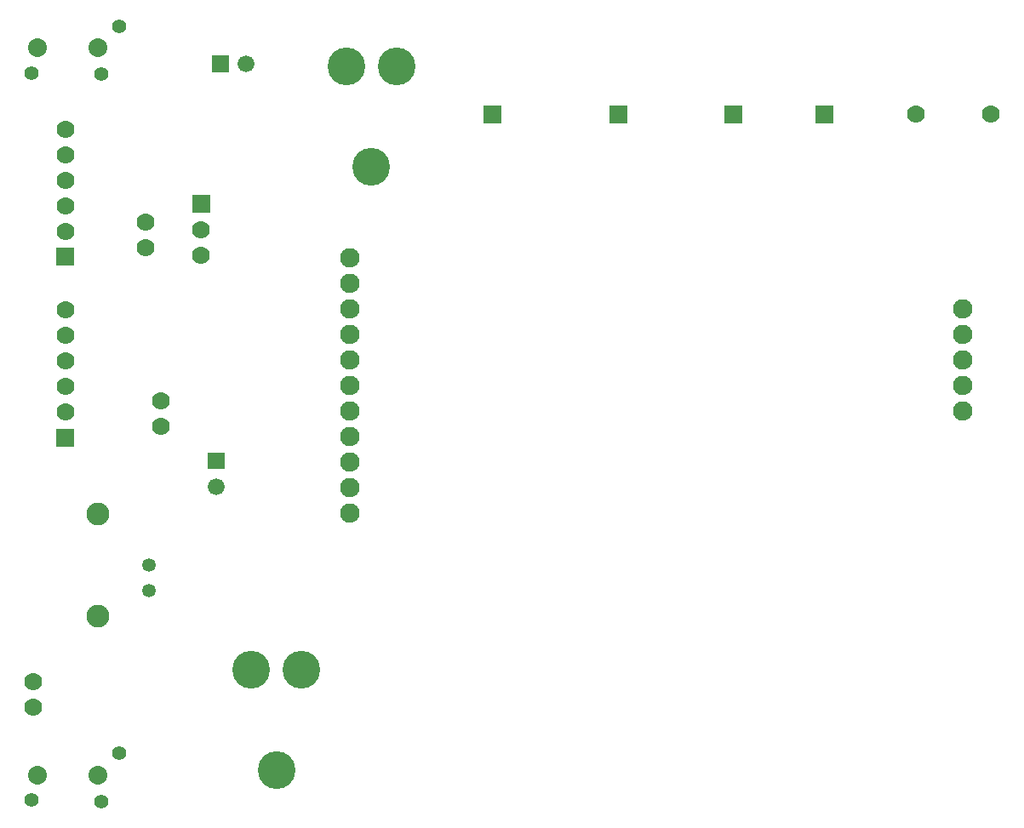
<source format=gbr>
G04 start of page 11 for group -4063 idx -4063 *
G04 Title: uhx1_board, componentmask *
G04 Creator: pcb 20110918 *
G04 CreationDate: Thu Mar 28 17:04:58 2013 UTC *
G04 For: alpsayin *
G04 Format: Gerber/RS-274X *
G04 PCB-Dimensions: 472441 385827 *
G04 PCB-Coordinate-Origin: lower left *
%MOIN*%
%FSLAX25Y25*%
%LNTOPMASK*%
%ADD158C,0.0532*%
%ADD157C,0.0893*%
%ADD156C,0.0760*%
%ADD155C,0.1477*%
%ADD154C,0.0660*%
%ADD153C,0.0734*%
%ADD152C,0.0548*%
%ADD151C,0.0001*%
%ADD150C,0.0700*%
G54D150*X29520Y224451D03*
X82656Y245939D03*
G54D151*G36*
X79156Y269439D02*Y262439D01*
X86156D01*
Y269439D01*
X79156D01*
G37*
G54D150*X82656Y255939D03*
X61000Y248827D03*
Y258827D03*
X29520Y275299D03*
Y285299D03*
Y295299D03*
G54D152*X16299Y317372D03*
X43465Y316978D03*
G54D153*X18661Y327215D03*
X42283D03*
G54D152*X50551Y335679D03*
G54D151*G36*
X26020Y248799D02*Y241799D01*
X33020D01*
Y248799D01*
X26020D01*
G37*
G54D150*X29520Y255299D03*
Y265299D03*
G54D154*X100368Y320883D03*
G54D155*X102278Y83664D03*
X112121Y44294D03*
X121964Y83664D03*
G54D156*X141103Y244990D03*
Y234990D03*
Y224990D03*
Y214990D03*
Y204990D03*
Y194990D03*
Y184990D03*
Y174990D03*
Y164990D03*
Y154990D03*
Y144990D03*
G54D151*G36*
X87068Y324183D02*Y317583D01*
X93668D01*
Y324183D01*
X87068D01*
G37*
G54D155*X139511Y320091D03*
X159197D03*
G54D151*G36*
X242500Y304703D02*Y297703D01*
X249500D01*
Y304703D01*
X242500D01*
G37*
G36*
X287764D02*Y297703D01*
X294764D01*
Y304703D01*
X287764D01*
G37*
G36*
X193286D02*Y297703D01*
X200286D01*
Y304703D01*
X193286D01*
G37*
G54D155*X149354Y280721D03*
G54D156*X381103Y224990D03*
G54D151*G36*
X323188Y304703D02*Y297703D01*
X330188D01*
Y304703D01*
X323188D01*
G37*
G54D156*X381103Y214990D03*
Y204990D03*
Y194990D03*
Y184990D03*
D03*
G54D152*X16299Y32465D03*
X43465Y32071D03*
G54D153*X18661Y42308D03*
X42283D03*
G54D150*X17000Y78827D03*
Y68827D03*
G54D152*X50551Y50772D03*
G54D157*X42335Y104759D03*
Y144759D03*
G54D158*X62335Y114759D03*
Y124759D03*
G54D151*G36*
X85260Y168711D02*Y162111D01*
X91860D01*
Y168711D01*
X85260D01*
G37*
G54D154*X88560Y155411D03*
G54D151*G36*
X26020Y177951D02*Y170951D01*
X33020D01*
Y177951D01*
X26020D01*
G37*
G54D150*X29520Y184451D03*
Y194451D03*
Y204451D03*
Y214451D03*
X67000Y178827D03*
Y188827D03*
X362500Y301327D03*
X392000D03*
M02*

</source>
